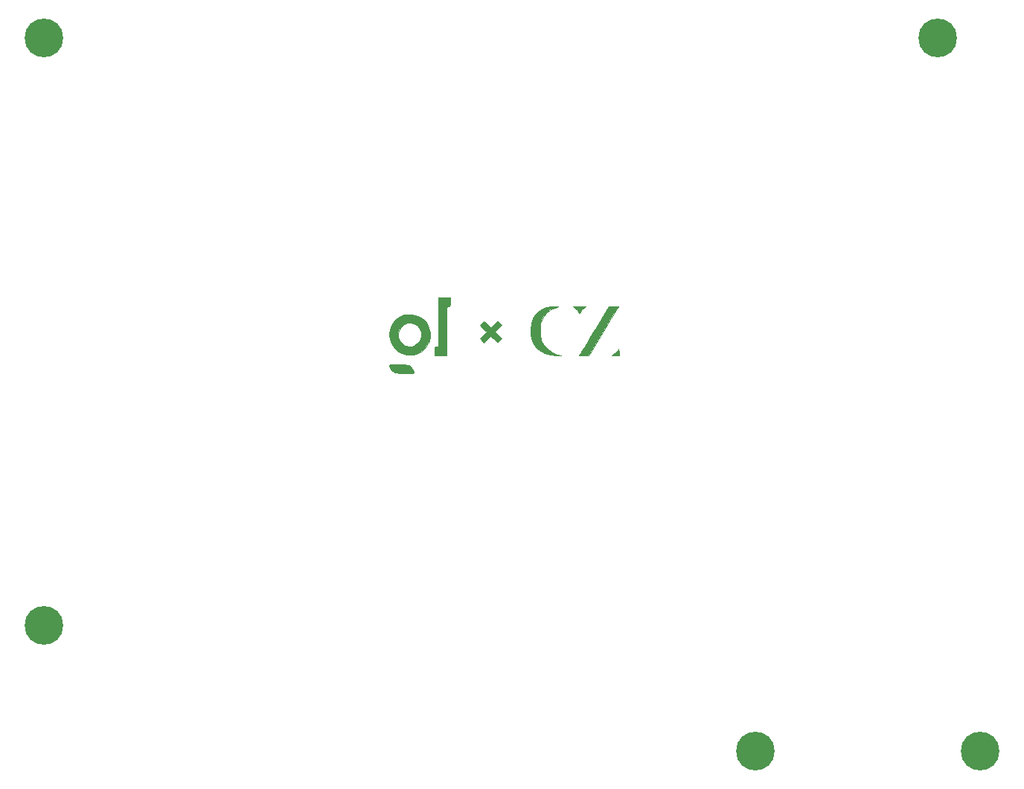
<source format=gbr>
G04 #@! TF.GenerationSoftware,KiCad,Pcbnew,(5.1.9)-1*
G04 #@! TF.CreationDate,2021-01-20T21:35:32-05:00*
G04 #@! TF.ProjectId,base,62617365-2e6b-4696-9361-645f70636258,rev?*
G04 #@! TF.SameCoordinates,Original*
G04 #@! TF.FileFunction,Copper,L2,Bot*
G04 #@! TF.FilePolarity,Positive*
%FSLAX46Y46*%
G04 Gerber Fmt 4.6, Leading zero omitted, Abs format (unit mm)*
G04 Created by KiCad (PCBNEW (5.1.9)-1) date 2021-01-20 21:35:32*
%MOMM*%
%LPD*%
G01*
G04 APERTURE LIST*
G04 #@! TA.AperFunction,EtchedComponent*
%ADD10C,0.010000*%
G04 #@! TD*
G04 #@! TA.AperFunction,ComponentPad*
%ADD11C,4.400000*%
G04 #@! TD*
G04 #@! TA.AperFunction,ComponentPad*
%ADD12C,0.700000*%
G04 #@! TD*
G04 APERTURE END LIST*
D10*
G36*
X194139548Y-86617274D02*
G01*
X194514271Y-86999089D01*
X194888993Y-87380903D01*
X194514271Y-87762718D01*
X194139548Y-88144532D01*
X194598108Y-88603092D01*
X194979922Y-88228369D01*
X195361737Y-87853647D01*
X195724775Y-88209942D01*
X195924351Y-88398957D01*
X196074116Y-88528148D01*
X196133350Y-88566237D01*
X196216064Y-88510729D01*
X196358391Y-88374908D01*
X196379140Y-88353076D01*
X196579394Y-88139915D01*
X195834480Y-87380903D01*
X196209203Y-86999089D01*
X196583926Y-86617274D01*
X196125366Y-86158714D01*
X195743551Y-86533437D01*
X195361737Y-86908160D01*
X194979922Y-86533437D01*
X194598108Y-86158714D01*
X194139548Y-86617274D01*
G37*
X194139548Y-86617274D02*
X194514271Y-86999089D01*
X194888993Y-87380903D01*
X194514271Y-87762718D01*
X194139548Y-88144532D01*
X194598108Y-88603092D01*
X194979922Y-88228369D01*
X195361737Y-87853647D01*
X195724775Y-88209942D01*
X195924351Y-88398957D01*
X196074116Y-88528148D01*
X196133350Y-88566237D01*
X196216064Y-88510729D01*
X196358391Y-88374908D01*
X196379140Y-88353076D01*
X196579394Y-88139915D01*
X195834480Y-87380903D01*
X196209203Y-86999089D01*
X196583926Y-86617274D01*
X196125366Y-86158714D01*
X195743551Y-86533437D01*
X195361737Y-86908160D01*
X194979922Y-86533437D01*
X194598108Y-86158714D01*
X194139548Y-86617274D01*
G36*
X185523077Y-85460239D02*
G01*
X184971484Y-85685286D01*
X184501875Y-86044386D01*
X184133819Y-86522654D01*
X183890388Y-87093053D01*
X183802025Y-87673803D01*
X183864285Y-88234015D01*
X184058608Y-88753514D01*
X184366438Y-89212126D01*
X184769216Y-89589674D01*
X185248385Y-89865986D01*
X185785388Y-90020885D01*
X186361666Y-90034198D01*
X186566403Y-90002246D01*
X187072368Y-89826608D01*
X187545902Y-89529469D01*
X187948305Y-89144517D01*
X188240878Y-88705441D01*
X188339174Y-88459025D01*
X188450668Y-87832819D01*
X188432972Y-87568195D01*
X187475195Y-87568195D01*
X187443504Y-88000248D01*
X187267578Y-88408961D01*
X186971822Y-88755678D01*
X186580640Y-89001743D01*
X186566403Y-89007693D01*
X186328489Y-89046362D01*
X186010509Y-89027313D01*
X185687164Y-88961539D01*
X185433156Y-88860034D01*
X185395930Y-88835441D01*
X185043736Y-88484430D01*
X184840722Y-88082401D01*
X184786126Y-87657014D01*
X184879184Y-87235929D01*
X185119131Y-86846807D01*
X185459106Y-86547418D01*
X185842227Y-86381323D01*
X186247005Y-86359670D01*
X186641485Y-86466280D01*
X186993710Y-86684974D01*
X187271726Y-86999572D01*
X187443576Y-87393894D01*
X187475195Y-87568195D01*
X188432972Y-87568195D01*
X188410808Y-87236784D01*
X188233795Y-86690751D01*
X187933833Y-86214552D01*
X187525122Y-85828016D01*
X187021864Y-85550975D01*
X186438261Y-85403259D01*
X186137084Y-85384130D01*
X185523077Y-85460239D01*
G37*
X185523077Y-85460239D02*
X184971484Y-85685286D01*
X184501875Y-86044386D01*
X184133819Y-86522654D01*
X183890388Y-87093053D01*
X183802025Y-87673803D01*
X183864285Y-88234015D01*
X184058608Y-88753514D01*
X184366438Y-89212126D01*
X184769216Y-89589674D01*
X185248385Y-89865986D01*
X185785388Y-90020885D01*
X186361666Y-90034198D01*
X186566403Y-90002246D01*
X187072368Y-89826608D01*
X187545902Y-89529469D01*
X187948305Y-89144517D01*
X188240878Y-88705441D01*
X188339174Y-88459025D01*
X188450668Y-87832819D01*
X188432972Y-87568195D01*
X187475195Y-87568195D01*
X187443504Y-88000248D01*
X187267578Y-88408961D01*
X186971822Y-88755678D01*
X186580640Y-89001743D01*
X186566403Y-89007693D01*
X186328489Y-89046362D01*
X186010509Y-89027313D01*
X185687164Y-88961539D01*
X185433156Y-88860034D01*
X185395930Y-88835441D01*
X185043736Y-88484430D01*
X184840722Y-88082401D01*
X184786126Y-87657014D01*
X184879184Y-87235929D01*
X185119131Y-86846807D01*
X185459106Y-86547418D01*
X185842227Y-86381323D01*
X186247005Y-86359670D01*
X186641485Y-86466280D01*
X186993710Y-86684974D01*
X187271726Y-86999572D01*
X187443576Y-87393894D01*
X187475195Y-87568195D01*
X188432972Y-87568195D01*
X188410808Y-87236784D01*
X188233795Y-86690751D01*
X187933833Y-86214552D01*
X187525122Y-85828016D01*
X187021864Y-85550975D01*
X186438261Y-85403259D01*
X186137084Y-85384130D01*
X185523077Y-85460239D01*
G36*
X209854708Y-89362018D02*
G01*
X209851576Y-89369633D01*
X209744434Y-89528910D01*
X209556366Y-89726489D01*
X209456652Y-89814133D01*
X209133822Y-90080237D01*
X209934403Y-90080237D01*
X209929037Y-89635737D01*
X209919445Y-89393085D01*
X209895951Y-89306252D01*
X209854708Y-89362018D01*
G37*
X209854708Y-89362018D02*
X209851576Y-89369633D01*
X209744434Y-89528910D01*
X209556366Y-89726489D01*
X209456652Y-89814133D01*
X209133822Y-90080237D01*
X209934403Y-90080237D01*
X209929037Y-89635737D01*
X209919445Y-89393085D01*
X209895951Y-89306252D01*
X209854708Y-89362018D01*
G36*
X207308895Y-86961152D02*
G01*
X206948895Y-87561349D01*
X206608833Y-88128276D01*
X206300543Y-88642207D01*
X206035857Y-89083416D01*
X205826609Y-89432181D01*
X205684632Y-89668774D01*
X205632771Y-89755152D01*
X205437472Y-90080237D01*
X206538217Y-90080237D01*
X208193977Y-87322527D01*
X208564579Y-86704357D01*
X208906273Y-86132629D01*
X209209560Y-85623369D01*
X209464944Y-85192602D01*
X209662929Y-84856355D01*
X209794016Y-84630654D01*
X209848708Y-84531523D01*
X209849737Y-84528527D01*
X209772629Y-84509735D01*
X209571506Y-84496621D01*
X209319729Y-84492237D01*
X208789720Y-84492237D01*
X207308895Y-86961152D01*
G37*
X207308895Y-86961152D02*
X206948895Y-87561349D01*
X206608833Y-88128276D01*
X206300543Y-88642207D01*
X206035857Y-89083416D01*
X205826609Y-89432181D01*
X205684632Y-89668774D01*
X205632771Y-89755152D01*
X205437472Y-90080237D01*
X206538217Y-90080237D01*
X208193977Y-87322527D01*
X208564579Y-86704357D01*
X208906273Y-86132629D01*
X209209560Y-85623369D01*
X209464944Y-85192602D01*
X209662929Y-84856355D01*
X209794016Y-84630654D01*
X209848708Y-84531523D01*
X209849737Y-84528527D01*
X209772629Y-84509735D01*
X209571506Y-84496621D01*
X209319729Y-84492237D01*
X208789720Y-84492237D01*
X207308895Y-86961152D01*
G36*
X189360403Y-89064237D02*
G01*
X189148737Y-89064237D01*
X189031428Y-89074993D01*
X188968094Y-89133769D01*
X188942165Y-89280328D01*
X188937075Y-89554431D01*
X188937070Y-89572237D01*
X188937070Y-90080237D01*
X190289423Y-90080237D01*
X190311747Y-87307403D01*
X190334070Y-84534570D01*
X190524570Y-84507515D01*
X190631327Y-84476217D01*
X190688589Y-84393179D01*
X190711437Y-84216510D01*
X190715070Y-83978348D01*
X190715070Y-83476237D01*
X189360403Y-83476237D01*
X189360403Y-89064237D01*
G37*
X189360403Y-89064237D02*
X189148737Y-89064237D01*
X189031428Y-89074993D01*
X188968094Y-89133769D01*
X188942165Y-89280328D01*
X188937075Y-89554431D01*
X188937070Y-89572237D01*
X188937070Y-90080237D01*
X190289423Y-90080237D01*
X190311747Y-87307403D01*
X190334070Y-84534570D01*
X190524570Y-84507515D01*
X190631327Y-84476217D01*
X190688589Y-84393179D01*
X190711437Y-84216510D01*
X190715070Y-83978348D01*
X190715070Y-83476237D01*
X189360403Y-83476237D01*
X189360403Y-89064237D01*
G36*
X205012715Y-84707622D02*
G01*
X205193595Y-84889776D01*
X205310924Y-85062330D01*
X205321250Y-85088622D01*
X205394842Y-85223402D01*
X205447070Y-85254237D01*
X205528797Y-85184573D01*
X205572890Y-85088622D01*
X205670536Y-84926833D01*
X205843750Y-84740605D01*
X205881425Y-84707622D01*
X206137396Y-84492237D01*
X204756745Y-84492237D01*
X205012715Y-84707622D01*
G37*
X205012715Y-84707622D02*
X205193595Y-84889776D01*
X205310924Y-85062330D01*
X205321250Y-85088622D01*
X205394842Y-85223402D01*
X205447070Y-85254237D01*
X205528797Y-85184573D01*
X205572890Y-85088622D01*
X205670536Y-84926833D01*
X205843750Y-84740605D01*
X205881425Y-84707622D01*
X206137396Y-84492237D01*
X204756745Y-84492237D01*
X205012715Y-84707622D01*
G36*
X184369476Y-91097831D02*
G01*
X184078037Y-91103473D01*
X183903162Y-91119464D01*
X183818469Y-91150860D01*
X183797573Y-91202714D01*
X183814089Y-91280082D01*
X183816009Y-91286737D01*
X183996150Y-91650259D01*
X184280967Y-91916178D01*
X184457667Y-92001624D01*
X184660233Y-92043419D01*
X184983480Y-92077738D01*
X185378791Y-92100456D01*
X185704276Y-92107458D01*
X186117458Y-92108492D01*
X186388692Y-92102920D01*
X186545359Y-92085112D01*
X186614841Y-92049437D01*
X186624520Y-91990264D01*
X186607465Y-91921737D01*
X186454856Y-91599494D01*
X186220547Y-91323530D01*
X186050242Y-91203318D01*
X185856488Y-91152658D01*
X185513355Y-91117513D01*
X185040227Y-91099529D01*
X184803865Y-91097485D01*
X184369476Y-91097831D01*
G37*
X184369476Y-91097831D02*
X184078037Y-91103473D01*
X183903162Y-91119464D01*
X183818469Y-91150860D01*
X183797573Y-91202714D01*
X183814089Y-91280082D01*
X183816009Y-91286737D01*
X183996150Y-91650259D01*
X184280967Y-91916178D01*
X184457667Y-92001624D01*
X184660233Y-92043419D01*
X184983480Y-92077738D01*
X185378791Y-92100456D01*
X185704276Y-92107458D01*
X186117458Y-92108492D01*
X186388692Y-92102920D01*
X186545359Y-92085112D01*
X186614841Y-92049437D01*
X186624520Y-91990264D01*
X186607465Y-91921737D01*
X186454856Y-91599494D01*
X186220547Y-91323530D01*
X186050242Y-91203318D01*
X185856488Y-91152658D01*
X185513355Y-91117513D01*
X185040227Y-91099529D01*
X184803865Y-91097485D01*
X184369476Y-91097831D01*
G36*
X202356737Y-84518388D02*
G01*
X201698459Y-84608694D01*
X201146696Y-84820365D01*
X200681206Y-85162487D01*
X200504243Y-85349966D01*
X200161957Y-85872740D01*
X199945336Y-86471331D01*
X199854552Y-87110810D01*
X199889780Y-87756248D01*
X200051193Y-88372716D01*
X200338965Y-88925284D01*
X200485536Y-89115985D01*
X200922210Y-89503394D01*
X201477056Y-89800031D01*
X202118258Y-89993723D01*
X202814003Y-90072300D01*
X202986120Y-90072666D01*
X203372737Y-90065095D01*
X202972507Y-89954932D01*
X202335136Y-89708212D01*
X201798695Y-89354276D01*
X201381163Y-88909430D01*
X201100520Y-88389980D01*
X201040374Y-88202607D01*
X200987502Y-87890508D01*
X200959870Y-87482756D01*
X200957540Y-87042733D01*
X200980573Y-86633824D01*
X201029031Y-86319412D01*
X201038512Y-86284269D01*
X201293769Y-85702946D01*
X201686227Y-85215725D01*
X202206082Y-84832669D01*
X202653526Y-84627098D01*
X203034070Y-84487596D01*
X202356737Y-84518388D01*
G37*
X202356737Y-84518388D02*
X201698459Y-84608694D01*
X201146696Y-84820365D01*
X200681206Y-85162487D01*
X200504243Y-85349966D01*
X200161957Y-85872740D01*
X199945336Y-86471331D01*
X199854552Y-87110810D01*
X199889780Y-87756248D01*
X200051193Y-88372716D01*
X200338965Y-88925284D01*
X200485536Y-89115985D01*
X200922210Y-89503394D01*
X201477056Y-89800031D01*
X202118258Y-89993723D01*
X202814003Y-90072300D01*
X202986120Y-90072666D01*
X203372737Y-90065095D01*
X202972507Y-89954932D01*
X202335136Y-89708212D01*
X201798695Y-89354276D01*
X201381163Y-88909430D01*
X201100520Y-88389980D01*
X201040374Y-88202607D01*
X200987502Y-87890508D01*
X200959870Y-87482756D01*
X200957540Y-87042733D01*
X200980573Y-86633824D01*
X201029031Y-86319412D01*
X201038512Y-86284269D01*
X201293769Y-85702946D01*
X201686227Y-85215725D01*
X202206082Y-84832669D01*
X202653526Y-84627098D01*
X203034070Y-84487596D01*
X202356737Y-84518388D01*
D11*
X144531830Y-120838374D03*
D12*
X146181830Y-120838374D03*
X145698556Y-122005100D03*
X144531830Y-122488374D03*
X143365104Y-122005100D03*
X142881830Y-120838374D03*
X143365104Y-119671648D03*
X144531830Y-119188374D03*
X145698556Y-119671648D03*
D11*
X225450000Y-135100000D03*
D12*
X227100000Y-135100000D03*
X226616726Y-136266726D03*
X225450000Y-136750000D03*
X224283274Y-136266726D03*
X223800000Y-135100000D03*
X224283274Y-133933274D03*
X225450000Y-133450000D03*
X226616726Y-133933274D03*
D11*
X251050000Y-135100000D03*
D12*
X252700000Y-135100000D03*
X252216726Y-136266726D03*
X251050000Y-136750000D03*
X249883274Y-136266726D03*
X249400000Y-135100000D03*
X249883274Y-133933274D03*
X251050000Y-133450000D03*
X252216726Y-133933274D03*
D11*
X246200000Y-53950000D03*
D12*
X247850000Y-53950000D03*
X247366726Y-55116726D03*
X246200000Y-55600000D03*
X245033274Y-55116726D03*
X244550000Y-53950000D03*
X245033274Y-52783274D03*
X246200000Y-52300000D03*
X247366726Y-52783274D03*
X145666726Y-52783274D03*
X144500000Y-52300000D03*
X143333274Y-52783274D03*
X142850000Y-53950000D03*
X143333274Y-55116726D03*
X144500000Y-55600000D03*
X145666726Y-55116726D03*
X146150000Y-53950000D03*
D11*
X144500000Y-53950000D03*
M02*

</source>
